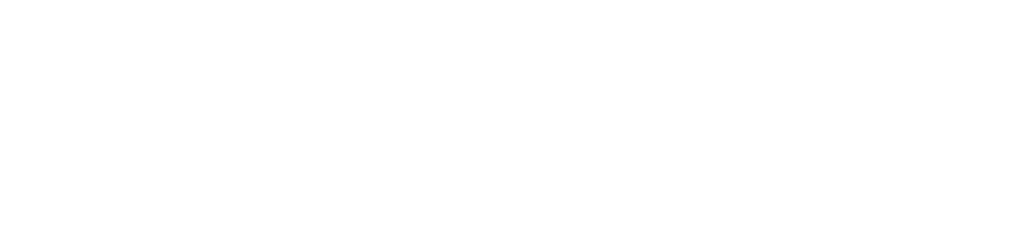
<source format=kicad_pcb>
(kicad_pcb
	(version 20240108)
	(generator "pcbnew")
	(generator_version "8.0")
	(general
		(thickness 1.6)
		(legacy_teardrops no)
	)
	(paper "A4")
	(layers
		(0 "F.Cu" signal)
		(31 "B.Cu" signal)
		(32 "B.Adhes" user "B.Adhesive")
		(33 "F.Adhes" user "F.Adhesive")
		(34 "B.Paste" user)
		(35 "F.Paste" user)
		(36 "B.SilkS" user "B.Silkscreen")
		(37 "F.SilkS" user "F.Silkscreen")
		(38 "B.Mask" user)
		(39 "F.Mask" user)
		(40 "Dwgs.User" user "User.Drawings")
		(41 "Cmts.User" user "User.Comments")
		(42 "Eco1.User" user "User.Eco1")
		(43 "Eco2.User" user "User.Eco2")
		(44 "Edge.Cuts" user)
		(45 "Margin" user)
		(46 "B.CrtYd" user "B.Courtyard")
		(47 "F.CrtYd" user "F.Courtyard")
		(48 "B.Fab" user)
		(49 "F.Fab" user)
		(50 "User.1" user)
		(51 "User.2" user)
		(52 "User.3" user)
		(53 "User.4" user)
		(54 "User.5" user)
		(55 "User.6" user)
		(56 "User.7" user)
		(57 "User.8" user)
		(58 "User.9" user)
	)
	(setup
		(stackup
			(layer "F.SilkS"
				(type "Top Silk Screen")
			)
			(layer "F.Paste"
				(type "Top Solder Paste")
			)
			(layer "F.Mask"
				(type "Top Solder Mask")
				(thickness 0.01)
			)
			(layer "F.Cu"
				(type "copper")
				(thickness 0.035)
			)
			(layer "dielectric 1"
				(type "core")
				(thickness 1.51)
				(material "FR4")
				(epsilon_r 4.5)
				(loss_tangent 0.02)
			)
			(layer "B.Cu"
				(type "copper")
				(thickness 0.035)
			)
			(layer "B.Mask"
				(type "Bottom Solder Mask")
				(thickness 0.01)
			)
			(layer "B.Paste"
				(type "Bottom Solder Paste")
			)
			(layer "B.SilkS"
				(type "Bottom Silk Screen")
			)
			(copper_finish "None")
			(dielectric_constraints no)
		)
		(pad_to_mask_clearance 0)
		(allow_soldermask_bridges_in_footprints no)
		(pcbplotparams
			(layerselection 0x00010fc_ffffffff)
			(plot_on_all_layers_selection 0x0000000_00000000)
			(disableapertmacros no)
			(usegerberextensions no)
			(usegerberattributes yes)
			(usegerberadvancedattributes yes)
			(creategerberjobfile yes)
			(dashed_line_dash_ratio 12.000000)
			(dashed_line_gap_ratio 3.000000)
			(svgprecision 4)
			(plotframeref no)
			(viasonmask no)
			(mode 1)
			(useauxorigin no)
			(hpglpennumber 1)
			(hpglpenspeed 20)
			(hpglpendiameter 15.000000)
			(pdf_front_fp_property_popups yes)
			(pdf_back_fp_property_popups yes)
			(dxfpolygonmode yes)
			(dxfimperialunits yes)
			(dxfusepcbnewfont yes)
			(psnegative no)
			(psa4output no)
			(plotreference yes)
			(plotvalue yes)
			(plotfptext yes)
			(plotinvisibletext no)
			(sketchpadsonfab no)
			(subtractmaskfromsilk no)
			(outputformat 1)
			(mirror no)
			(drillshape 1)
			(scaleselection 1)
			(outputdirectory "Outputs/Gerbers/")
		)
	)
	(property "ADDRESS1" "Dorfstrasse 27A")
	(property "ADDRESS2" "Grabs 9472")
	(property "ADDRESS3" "Switzerland")
	(property "DRAWNBY" "DRAWNBY")
	(property "DRAWNBY2" "DRAWNBY2")
	(property "PROJECTID" "EPYYYYMMDD")
	(property "PROJECTNAME" "Project Title in Title Case")
	(property "PROJECTSTATUS" "Prototype")
	(property "PROJECTSTATUSDATE" "DD.MM.YYYY")
	(property "RELEASEBY" "RELEASEBY")
	(property "RELEASEBY2" "RELEASEBY2")
	(property "RELEASEDATE" "RELEASEDATE")
	(property "REVIEWBY" "REVIEWBY")
	(property "REVIEWBY2" "REVIEWBY2")
	(property "REVIEWDATE" "REVIEWDATE")
	(property "VARIANTNAME" "Standard")
	(net 0 "")
	(gr_line
		(start 161.855712 154.418)
		(end 285.184287 154.418)
		(stroke
			(width 0.1)
			(type default)
		)
		(layer "Dwgs.User")
		(uuid "2629f40e-9d54-4bd5-92c3-ae01c126efbd")
	)
	(gr_line
		(start 202.312854 132.08)
		(end 202.312854 168.842)
		(stroke
			(width 0.1)
			(type default)
		)
		(layer "Dwgs.User")
		(uuid "2e5de317-4dee-4e78-8589-c35259909bae")
	)
	(gr_line
		(start 255.341428 132.08)
		(end 255.341428 168.842)
		(stroke
			(width 0.1)
			(type default)
		)
		(layer "Dwgs.User")
		(uuid "55dea5d8-585e-41d8-a083-e26dd39db5b1")
	)
	(gr_line
		(start 268.227143 132.08)
		(end 268.227143 168.842)
		(stroke
			(width 0.1)
			(type default)
		)
		(layer "Dwgs.User")
		(uuid "68f94593-622e-41ef-9cd5-c702e05a1d02")
	)
	(gr_line
		(start 161.855712 158.024)
		(end 285.184287 158.024)
		(stroke
			(width 0.1)
			(type default)
		)
		(layer "Dwgs.User")
		(uuid "6ccc4a78-057e-405b-9241-33ce62c33d92")
	)
	(gr_line
		(start 285.184287 132.08)
		(end 285.184287 168.842)
		(stroke
			(width 0.1)
			(type default)
		)
		(layer "Dwgs.User")
		(uuid "86547e21-15be-4573-83f2-9e7c128f0cdd")
	)
	(gr_line
		(start 218.812855 132.08)
		(end 218.812855 168.842)
		(stroke
			(width 0.1)
			(type default)
		)
		(layer "Dwgs.User")
		(uuid "894f65fa-63e4-42b7-8a86-a541105c049a")
	)
	(gr_line
		(start 161.855712 147.206)
		(end 285.184287 147.206)
		(stroke
			(width 0.1)
			(type default)
		)
		(layer "Dwgs.User")
		(uuid "8a6789f9-f918-4578-b004-8034a65b4173")
	)
	(gr_line
		(start 161.855712 143.6)
		(end 285.184287 143.6)
		(stroke
			(width 0.1)
			(type default)
		)
		(layer "Dwgs.User")
		(uuid "932681fa-d537-40c7-b1e9-9caacb22d08a")
	)
	(gr_line
		(start 161.855712 132.08)
		(end 285.184287 132.08)
		(stroke
			(width 0.1)
			(type default)
		)
		(layer "Dwgs.User")
		(uuid "98a616d7-3ec4-4b1d-a4aa-4de71f6f6d19")
	)
	(gr_line
		(start 161.855712 161.63)
		(end 285.184287 161.63)
		(stroke
			(width 0.1)
			(type default)
		)
		(layer "Dwgs.User")
		(uuid "9ba1362b-3a62-49c9-9d30-f7030da7b9aa")
	)
	(gr_line
		(start 161.855712 136.388)
		(end 285.184287 136.388)
		(stroke
			(width 0.1)
			(type default)
		)
		(layer "Dwgs.User")
		(uuid "9d5fc9b7-a2f1-4e00-8f06-4d222db25c8a")
	)
	(gr_line
		(start 238.841427 132.08)
		(end 238.841427 168.842)
		(stroke
			(width 0.1)
			(type default)
		)
		(layer "Dwgs.User")
		(uuid "a2c55e18-199d-41bc-8ed9-ad3be5f49ee8")
	)
	(gr_line
		(start 177.241426 132.08)
		(end 177.241426 168.842)
		(stroke
			(width 0.1)
			(type default)
		)
		(layer "Dwgs.User")
		(uuid "bdbcd39b-9a70-4943-882b-5e3830df5cb1")
	)
	(gr_line
		(start 161.855712 139.994)
		(end 285.184287 139.994)
		(stroke
			(width 0.1)
			(type default)
		)
		(layer "Dwgs.User")
		(uuid "c1605c28-7bf0-449c-a3c8-77b992cd8a1f")
	)
	(gr_line
		(start 161.855712 150.812)
		(end 285.184287 150.812)
		(stroke
			(width 0.1)
			(type default)
		)
		(layer "Dwgs.User")
		(uuid "ce78e316-0656-41ae-bb4f-cf76d92531a5")
	)
	(gr_line
		(start 161.855712 132.08)
		(end 161.855712 168.842)
		(stroke
			(width 0.1)
			(type default)
		)
		(layer "Dwgs.User")
		(uuid "d3425521-a063-4b1d-9243-bb496c4b9a31")
	)
	(gr_line
		(start 161.855712 168.842)
		(end 285.184287 168.842)
		(stroke
			(width 0.1)
			(type default)
		)
		(layer "Dwgs.User")
		(uuid "db911cea-78bd-483a-b774-64d6d1ad59a0")
	)
	(gr_line
		(start 161.855712 165.236)
		(end 285.184287 165.236)
		(stroke
			(width 0.1)
			(type default)
		)
		(layer "Dwgs.User")
		(uuid "de76635b-1a72-4d06-ae08-a88c134d8501")
	)
	(gr_text "0"
		(at 268.977143 144.35 0)
		(layer "Dwgs.User")
		(uuid "0fd4b7c6-d2b4-4baa-9ad3-12307de1397b")
		(effects
			(font
				(size 1.5 1.5)
				(thickness 0.1)
			)
			(justify left top)
		)
	)
	(gr_text "None"
		(at 43.18 189.671 0)
		(layer "Dwgs.User")
		(uuid "13d9b14b-22ce-45be-beca-91cd9e3cdb65")
		(effects
			(font
				(size 1.5 1.5)
				(thickness 0.2)
			)
			(justify left top)
		)
	)
	(gr_text ""
		(at 203.062854 140.744 0)
		(layer "Dwgs.User")
		(uuid "15dfb7f0-0fe6-440f-a95a-d20bdbd4e468")
		(effects
			(font
				(size 1.5 1.5)
				(thickness 0.1)
			)
			(justify left top)
		)
	)
	(gr_text "3.3"
		(at 256.091428 158.774 0)
		(layer "Dwgs.User")
		(uuid "198060d6-bb2b-4f1b-95d0-d7c0eacb3d8a")
		(effects
			(font
				(size 1.5 1.5)
				(thickness 0.1)
			)
			(justify left top)
		)
	)
	(gr_text "123.4286 mm x 36.8620 mm"
		(at 43.18 181.757 0)
		(layer "Dwgs.User")
		(uuid "1cc36b29-6bba-40be-9d9e-4b72f0aa02b2")
		(effects
			(font
				(size 1.5 1.5)
				(thickness 0.2)
			)
			(justify left top)
		)
	)
	(gr_text "Not specified"
		(at 203.062854 144.35 0)
		(layer "Dwgs.User")
		(uuid "1dd1424b-3732-4dfd-8285-1e72a89989dc")
		(effects
			(font
				(size 1.5 1.5)
				(thickness 0.1)
			)
			(justify left top)
		)
	)
	(gr_text "1.6000 mm"
		(at 103.708566 177.8 0)
		(layer "Dwgs.User")
		(uuid "1f6e2cb7-5409-4979-8d3a-36e9f1661790")
		(effects
			(font
				(size 1.5 1.5)
				(thickness 0.2)
			)
			(justify left top)
		)
	)
	(gr_text "Copper Finish: "
		(at 10.522857 189.671 0)
		(layer "Dwgs.User")
		(uuid "231fe0b2-bc48-43f3-ac81-ed9df6c3094a")
		(effects
			(font
				(size 1.5 1.5)
				(thickness 0.2)
			)
			(justify left top)
		)
	)
	(gr_text "4.5"
		(at 256.091428 151.562 0)
		(layer "Dwgs.User")
		(uuid "250ef2f7-7dd6-4ca2-9b89-2c2b4687f06d")
		(effects
			(font
				(size 1.5 1.5)
				(thickness 0.1)
			)
			(justify left top)
		)
	)
	(gr_text "Not specified"
		(at 239.591427 158.774 0)
		(layer "Dwgs.User")
		(uuid "2540354a-60c9-45cf-8e12-17a1c99c14aa")
		(effects
			(font
				(size 1.5 1.5)
				(thickness 0.1)
			)
			(justify left top)
		)
	)
	(gr_text "3.3"
		(at 256.091428 144.35 0)
		(layer "Dwgs.User")
		(uuid "25fff010-b427-47ab-8bee-9d2265688575")
		(effects
			(font
				(size 1.5 1.5)
				(thickness 0.1)
			)
			(justify left top)
		)
	)
	(gr_text "Top Solder Paste"
		(at 177.991426 140.744 0)
		(layer "Dwgs.User")
		(uuid "2a163bde-e6ed-4b28-b386-ea3bb491f159")
		(effects
			(font
				(size 1.5 1.5)
				(thickness 0.1)
			)
			(justify left top)
		)
	)
	(gr_text "0"
		(at 268.977143 140.744 0)
		(layer "Dwgs.User")
		(uuid "2d5b35d2-5efd-4a8f-89af-58b4435d512b")
		(effects
			(font
				(size 1.5 1.5)
				(thickness 0.1)
			)
			(justify left top)
		)
	)
	(gr_text "Castellated pads: "
		(at 10.522857 193.628 0)
		(layer "Dwgs.User")
		(uuid "2f4154e6-c499-4fff-b997-d047b5c11be8")
		(effects
			(font
				(size 1.5 1.5)
				(thickness 0.2)
			)
			(justify left top)
		)
	)
	(gr_text "Board overall dimensions: "
		(at 10.522857 181.757 0)
		(layer "Dwgs.User")
		(uuid "39ce867d-f77f-4cc4-9603-0e4b065ec09d")
		(effects
			(font
				(size 1.5 1.5)
				(thickness 0.2)
			)
			(justify left top)
		)
	)
	(gr_text "1.51 mm"
		(at 219.562855 151.562 0)
		(layer "Dwgs.User")
		(uuid "3a2649d6-a637-4425-a99d-dc1a01b33d71")
		(effects
			(font
				(size 1.5 1.5)
				(thickness 0.1)
			)
			(justify left top)
		)
	)
	(gr_text "0.3000 mm"
		(at 103.708566 185.714 0)
		(layer "Dwgs.User")
		(uuid "3b90e4f3-f81d-446e-8cff-851fad8c4ca1")
		(effects
			(font
				(size 1.5 1.5)
				(thickness 0.2)
			)
			(justify left top)
		)
	)
	(gr_text "0.01 mm"
		(at 219.562855 144.35 0)
		(layer "Dwgs.User")
		(uuid "3e455e0f-4d84-49c0-820e-535b243ec83f")
		(effects
			(font
				(size 1.5 1.5)
				(thickness 0.1)
			)
			(justify left top)
		)
	)
	(gr_text ""
		(at 78.765709 181.757 0)
		(layer "Dwgs.User")
		(uuid "454369a6-fc1c-45e0-a25c-9fd2028c96e9")
		(effects
			(font
				(size 1.5 1.5)
				(thickness 0.2)
			)
			(justify left top)
		)
	)
	(gr_text "F.Silkscreen"
		(at 162.605712 137.138 0)
		(layer "Dwgs.User")
		(uuid "4764c3df-6140-4205-8b57-1320f93f6cea")
		(effects
			(font
				(size 1.5 1.5)
				(thickness 0.1)
			)
			(justify left top)
		)
	)
	(gr_text "Epsilon R"
		(at 256.091428 132.83 0)
		(layer "Dwgs.User")
		(uuid "49015dd4-1bef-4002-bc95-05ad85aa181c")
		(effects
			(font
				(size 1.5 1.5)
				(thickness 0.3)
			)
			(justify left top)
		)
	)
	(gr_text "Bottom Solder Mask"
		(at 177.991426 158.774 0)
		(layer "Dwgs.User")
		(uuid "4d505b27-6293-4ea6-b948-1e8d9ea54ca6")
		(effects
			(font
				(size 1.5 1.5)
				(thickness 0.1)
			)
			(justify left top)
		)
	)
	(gr_text ""
		(at 239.591427 155.168 0)
		(layer "Dwgs.User")
		(uuid "528df331-f27d-4792-89c1-677880609cbb")
		(effects
			(font
				(size 1.5 1.5)
				(thickness 0.1)
			)
			(justify left top)
		)
	)
	(gr_text "0.01 mm"
		(at 219.562855 158.774 0)
		(layer "Dwgs.User")
		(uuid "53cbfa3c-262b-49ce-a765-b7f9fc610af9")
		(effects
			(font
				(size 1.5 1.5)
				(thickness 0.1)
			)
			(justify left top)
		)
	)
	(gr_text "1"
		(at 256.091428 147.956 0)
		(layer "Dwgs.User")
		(uuid "59a300db-a452-4c4f-a9a1-536444dedee6")
		(effects
			(font
				(size 1.5 1.5)
				(thickness 0.1)
			)
			(justify left top)
		)
	)
	(gr_text "Bottom Silk Screen"
		(at 177.991426 165.986 0)
		(layer "Dwgs.User")
		(uuid "5f602db8-a363-4f45-952d-a4517dd93df4")
		(effects
			(font
				(size 1.5 1.5)
				(thickness 0.1)
			)
			(justify left top)
		)
	)
	(gr_text "1"
		(at 256.091428 155.168 0)
		(layer "Dwgs.User")
		(uuid "61894094-f55b-4d9b-9148-5a8d12bfe4dc")
		(effects
			(font
				(size 1.5 1.5)
				(thickness 0.1)
			)
			(justify left top)
		)
	)
	(gr_text "0"
		(at 268.977143 147.956 0)
		(layer "Dwgs.User")
		(uuid "63e22d38-0b7e-4c48-980d-a976f3ce35d2")
		(effects
			(font
				(size 1.5 1.5)
				(thickness 0.1)
			)
			(justify left top)
		)
	)
	(gr_text "1"
		(at 256.091428 165.986 0)
		(layer "Dwgs.User")
		(uuid "66c07850-9e00-438b-980f-8eb17dc4fdf1")
		(effects
			(font
				(size 1.5 1.5)
				(thickness 0.1)
			)
			(justify left top)
		)
	)
	(gr_text "Not specified"
		(at 239.591427 144.35 0)
		(layer "Dwgs.User")
		(uuid "69ded456-5c4e-4ea3-903e-83817457400c")
		(effects
			(font
				(size 1.5 1.5)
				(thickness 0.1)
			)
			(justify left top)
		)
	)
	(gr_text "Not specified"
		(at 239.591427 137.138 0)
		(layer "Dwgs.User")
		(uuid "6bd31a65-993f-4185-831a-fe842adacab0")
		(effects
			(font
				(size 1.5 1.5)
				(thickness 0.1)
			)
			(justify left top)
		)
	)
	(gr_text "0.035 mm"
		(at 219.562855 155.168 0)
		(layer "Dwgs.User")
		(uuid "6d1b34eb-6008-4a6d-9ede-bb314ce57e51")
		(effects
			(font
				(size 1.5 1.5)
				(thickness 0.1)
			)
			(justify left top)
		)
	)
	(gr_text "Color"
		(at 239.591427 132.83 0)
		(layer "Dwgs.User")
		(uuid "70c6bda1-900f-4049-8b32-eb349a3bd7f1")
		(effects
			(font
				(size 1.5 1.5)
				(thickness 0.3)
			)
			(justify left top)
		)
	)
	(gr_text "copper"
		(at 177.991426 155.168 0)
		(layer "Dwgs.User")
		(uuid "72da3b93-d57b-4028-a9ec-2ec7a9e8bc80")
		(effects
			(font
				(size 1.5 1.5)
				(thickness 0.1)
			)
			(justify left top)
		)
	)
	(gr_text "0"
		(at 268.977143 158.774 0)
		(layer "Dwgs.User")
		(uuid "78845366-8b5a-45af-9121-eb98c0b49923")
		(effects
			(font
				(size 1.5 1.5)
				(thickness 0.1)
			)
			(justify left top)
		)
	)
	(gr_text "Board Thickness: "
		(at 78.765709 177.8 0)
		(layer "Dwgs.User")
		(uuid "7908030f-fc81-4531-a0a8-17a575be7a14")
		(effects
			(font
				(size 1.5 1.5)
				(thickness 0.2)
			)
			(justify left top)
		)
	)
	(gr_text "Edge card connectors: "
		(at 10.522857 197.585 0)
		(layer "Dwgs.User")
		(uuid "79a4d8c7-2dda-47cf-bf84-252213d195e7")
		(effects
			(font
				(size 1.5 1.5)
				(thickness 0.2)
			)
			(justify left top)
		)
	)
	(gr_text "1"
		(at 256.091428 137.138 0)
		(layer "Dwgs.User")
		(uuid "7a81526b-e466-4083-9784-4fbb22388eec")
		(effects
			(font
				(size 1.5 1.5)
				(thickness 0.1)
			)
			(justify left top)
		)
	)
	(gr_text "Loss Tangent"
		(at 268.977143 132.83 0)
		(layer "Dwgs.User")
		(uuid "813b7487-92f1-4067-8a0f-f6bcf421b8ef")
		(effects
			(font
				(size 1.5 1.5)
				(thickness 0.3)
			)
			(justify left top)
		)
	)
	(gr_text ""
		(at 203.062854 155.168 0)
		(layer "Dwgs.User")
		(uuid "838eeecd-b5b6-4d2e-94e3-f17486e7dd45")
		(effects
			(font
				(size 1.5 1.5)
				(thickness 0.1)
			)
			(justify left top)
		)
	)
	(gr_text "BOARD CHARACTERISTICS"
		(at 9.772857 172.306 0)
		(layer "Dwgs.User")
		(uuid "83b43832-2d7e-47d8-bb15-f28042639b5d")
		(effects
			(font
				(size 2 2)
				(thickness 0.4)
			)
			(justify left top)
		)
	)
	(gr_text "Dielectric"
		(at 162.605712 151.562 0)
		(layer "Dwgs.User")
		(uuid "873345c2-10f0-415d-98c2-eb0feb474a6e")
		(effects
			(font
				(size 1.5 1.5)
				(thickness 0.1)
			)
			(justify left top)
		)
	)
	(gr_text "B.Paste"
		(at 162.605712 162.38 0)
		(layer "Dwgs.User")
		(uuid "8a13539c-f793-4db1-93b9-d15573901281")
		(effects
			(font
				(size 1.5 1.5)
				(thickness 0.1)
			)
			(justify left top)
		)
	)
	(gr_text "Min hole diameter: "
		(at 78.765709 185.714 0)
		(layer "Dwgs.User")
		(uuid "8aa5b59f-00be-4209-81d5-94cc2270fcc5")
		(effects
			(font
				(size 1.5 1.5)
				(thickness 0.2)
			)
			(justify left top)
		)
	)
	(gr_text "core"
		(at 177.991426 151.562 0)
		(layer "Dwgs.User")
		(uuid "8dd965da-9476-4f6a-83e4-9358b31e6be9")
		(effects
			(font
				(size 1.5 1.5)
				(thickness 0.1)
			)
			(justify left top)
		)
	)
	(gr_text "0 mm"
		(at 219.562855 162.38 0)
		(layer "Dwgs.User")
		(uuid "8e245c64-1282-4374-9b09-4a958cc67204")
		(effects
			(font
				(size 1.5 1.5)
				(thickness 0.1)
			)
			(justify left top)
		)
	)
	(gr_text "No"
		(at 43.18 193.628 0)
		(layer "Dwgs.User")
		(uuid "8ec14446-c6c0-4ef9-a75b-b8ac054ac3db")
		(effects
			(font
				(size 1.5 1.5)
				(thickness 0.2)
			)
			(justify left top)
		)
	)
	(gr_text "Not specified"
		(at 203.062854 137.138 0)
		(layer "Dwgs.User")
		(uuid "8ed0715b-c550-4f2b-8ef3-db9922029dc0")
		(effects
			(font
				(size 1.5 1.5)
				(thickness 0.1)
			)
			(justify left top)
		)
	)
	(gr_text "0.035 mm"
		(at 219.562855 147.956 0)
		(layer "Dwgs.User")
		(uuid "8ef3ad81-3d7e-45b1-8175-540887c524bf")
		(effects
			(font
				(size 1.5 1.5)
				(thickness 0.1)
			)
			(justify left top)
		)
	)
	(gr_text "No"
		(at 43.18 197.585 0)
		(layer "Dwgs.User")
		(uuid "904c5594-e7d5-4ac6-b35b-a163f23b0893")
		(effects
			(font
				(size 1.5 1.5)
				(thickness 0.2)
			)
			(justify left top)
		)
	)
	(gr_text "Not specified"
		(at 239.591427 165.986 0)
		(layer "Dwgs.User")
		(uuid "99de9e69-7589-4eee-bc9c-a09b1f7bb7d8")
		(effects
			(font
				(size 1.5 1.5)
				(thickness 0.1)
			)
			(justify left top)
		)
	)
	(gr_text "B.Mask"
		(at 162.605712 158.774 0)
		(layer "Dwgs.User")
		(uuid "9eff96ff-bcc6-4b7d-be0e-79b88b79a4d0")
		(effects
			(font
				(size 1.5 1.5)
				(thickness 0.1)
			)
			(justify left top)
		)
	)
	(gr_text ""
		(at 239.591427 147.956 0)
		(layer "Dwgs.User")
		(uuid "9f32ddf3-38fd-4736-a0c6-b5b320c02894")
		(effects
			(font
				(size 1.5 1.5)
				(thickness 0.1)
			)
			(justify left top)
		)
	)
	(gr_text "No"
		(at 103.708566 193.628 0)
		(layer "Dwgs.User")
		(uuid "9f95cf2b-5dcf-48c3-b3d3-5eeecbe4d55c")
		(effects
			(font
				(size 1.5 1.5)
				(thickness 0.2)
			)
			(justify left top)
		)
	)
	(gr_text "Top Silk Screen"
		(at 177.991426 137.138 0)
		(layer "Dwgs.User")
		(uuid "9fe7351b-80bc-4863-80b3-dc830ddf40f2")
		(effects
			(font
				(size 1.5 1.5)
				(thickness 0.1)
			)
			(justify left top)
		)
	)
	(gr_text "F.Paste"
		(at 162.605712 140.744 0)
		(layer "Dwgs.User")
		(uuid "a26aee48-5c52-4d04-8bc6-c13c58b39d73")
		(effects
			(font
				(size 1.5 1.5)
				(thickness 0.1)
			)
			(justify left top)
		)
	)
	(gr_text "0.02"
		(at 268.977143 151.562 0)
		(layer "Dwgs.User")
		(uuid "a680a388-af09-4026-8802-bd3018f228ce")
		(effects
			(font
				(size 1.5 1.5)
				(thickness 0.1)
			)
			(justify left top)
		)
	)
	(gr_text "0"
		(at 268.977143 165.986 0)
		(layer "Dwgs.User")
		(uuid "aa114498-fa3e-491a-aee2-75a00cd1882e")
		(effects
			(font
				(size 1.5 1.5)
				(thickness 0.1)
			)
			(justify left top)
		)
	)
	(gr_text "0"
		(at 268.977143 137.138 0)
		(layer "Dwgs.User")
		(uuid "abfe0f1d-b643-495f-9164-088e4f610699")
		(effects
			(font
				(size 1.5 1.5)
				(thickness 0.1)
			)
			(justify left top)
		)
	)
	(gr_text "F.Cu"
		(at 162.605712 147.956 0)
		(layer "Dwgs.User")
		(uuid "aefdcdb5-69c4-4b21-bee7-aa20edacf97c")
		(effects
			(font
				(size 1.5 1.5)
				(thickness 0.1)
			)
			(justify left top)
		)
	)
	(gr_text "Plated Board Edge: "
		(at 78.765709 193.628 0)
		(layer "Dwgs.User")
		(uuid "b31b0feb-f214-4d2f-a68d-96fe5368fefb")
		(effects
			(font
				(size 1.5 1.5)
				(thickness 0.2)
			)
			(justify left top)
		)
	)
	(gr_text "Impedance Control: "
		(at 78.765709 189.671 0)
		(layer "Dwgs.User")
		(uuid "b4babb35-5520-4008-ab39-1a0152d21105")
		(effects
			(font
				(size 1.5 1.5)
				(thickness 0.2)
			)
			(justify left top)
		)
	)
	(gr_text "B.Silkscreen"
		(at 162.605712 165.986 0)
		(layer "Dwgs.User")
		(uuid "b795ffae-f4f1-418b-969e-f4b53a0f08ef")
		(effects
			(font
				(size 1.5 1.5)
				(thickness 0.1)
			)
			(justify left top)
		)
	)
	(gr_text "Layer Name"
		(at 162.605712 132.83 0)
		(layer "Dwgs.User")
		(uuid "b7a449da-996b-4cf3-a572-9f7ff5150662")
		(effects
			(font
				(size 1.5 1.5)
				(thickness 0.3)
			)
			(justify left top)
		)
	)
	(gr_text "0 mm"
		(at 219.562855 165.986 0)
		(layer "Dwgs.User")
		(uuid "bbb7c21f-fbbc-4856-b1c5-17aee972f26b")
		(effects
			(font
				(size 1.5 1.5)
				(thickness 0.1)
			)
			(justify left top)
		)
	)
	(gr_text "Type"
		(at 177.991426 132.83 0)
		(layer "Dwgs.User")
		(uuid "bff09190-05d8-4c0b-bb92-920db41e8d0e")
		(effects
			(font
				(size 1.5 1.5)
				(thickness 0.3)
			)
			(justify left top)
		)
	)
	(gr_text "Min track/spacing: "
		(at 10.522857 185.714 0)
		(layer "Dwgs.User")
		(uuid "c10ea0dc-c86c-498b-90db-2f44d7e80f0c")
		(effects
			(font
				(size 1.5 1.5)
				(thickness 0.2)
			)
			(justify left top)
		)
	)
	(gr_text "copper"
		(at 177.991426 147.956 0)
		(layer "Dwgs.User")
		(uuid "c14abe51-b4fc-4247-bd50-0731a5bf6748")
		(effects
			(font
				(size 1.5 1.5)
				(thickness 0.1)
			)
			(justify left top)
		)
	)
	(gr_text "2"
		(at 43.18 177.8 0)
		(layer "Dwgs.User")
		(uuid "c614a192-4f9d-4cba-ba8b-d0f126e66f17")
		(effects
			(font
				(size 1.5 1.5)
				(thickness 0.2)
			)
			(justify left top)
		)
	)
	(gr_text "Not specified"
		(at 203.062854 158.774 0)
		(layer "Dwgs.User")
		(uuid "c777c2dc-5a79-4516-bf7f-226d119138fa")
		(effects
			(font
				(size 1.5 1.5)
				(thickness 0.1)
			)
			(justify left top)
		)
	)
	(gr_text "Material"
		(at 203.062854 132.83 0)
		(layer "Dwgs.User")
		(uuid "c7925320-18e3-43ad-b97c-eec7a69cf56f")
		(effects
			(font
				(size 1.5 1.5)
				(thickness 0.3)
			)
			(justify left top)
		)
	)
	(gr_text ""
		(at 203.062854 147.956 0)
		(layer "Dwgs.User")
		(uuid "ca9b948e-16f8-4caa-97e6-d3df35abb4e2")
		(effects
			(font
				(size 1.5 1.5)
				(thickness 0.1)
			)
			(justify left top)
		)
	)
	(gr_text "1"
		(at 256.091428 162.38 0)
		(layer "Dwgs.User")
		(uuid "cbbdb540-4eb9-47f0-b7bb-c8e65a76dde1")
		(effects
			(font
				(size 1.5 1.5)
				(thickness 0.1)
			)
			(justify left top)
		)
	)
	(gr_text "Thickness (mm)"
		(at 219.562855 132.83 0)
		(layer "Dwgs.User")
		(uuid "cc2b5424-294e-416e-b7b2-5ee65611f68f")
		(effects
			(font
				(size 1.5 1.5)
				(thickness 0.3)
			)
			(justify left top)
		)
	)
	(gr_text ""
		(at 203.062854 162.38 0)
		(layer "Dwgs.User")
		(uuid "cf0a3a9f-6b85-4dcd-a9dc-a7f908eaeae7")
		(effects
			(font
				(size 1.5 1.5)
				(thickness 0.1)
			)
			(justify left top)
		)
	)
	(gr_text "0 mm"
		(at 219.562855 140.744 0)
		(layer "Dwgs.User")
		(uuid "cfdcd88c-d07e-4f50-b2b2-b5438af33e7e")
		(effects
			(font
				(size 1.5 1.5)
				(thickness 0.1)
			)
			(justify left top)
		)
	)
	(gr_text "1"
		(at 256.091428 140.744 0)
		(layer "Dwgs.User")
		(uuid "d3d29e48-3733-46a7-b205-82bdca02f8b6")
		(effects
			(font
				(size 1.5 1.5)
				(thickness 0.1)
			)
			(justify left top)
		)
	)
	(gr_text "0.0000 mm / 0.0000 mm"
		(at 43.18 185.714 0)
		(layer "Dwgs.User")
		(uuid "d4289d8a-4486-4c04-b14a-6b706eda733a")
		(effects
			(font
				(size 1.5 1.5)
				(thickness 0.2)
			)
			(justify left top)
		)
	)
	(gr_text "B.Cu"
		(at 162.605712 155.168 0)
		(layer "Dwgs.User")
		(uuid "d683b579-b3e4-4f9d-ac24-e8a387011477")
		(effects
			(font
				(size 1.5 1.5)
				(thickness 0.1)
			)
			(justify left top)
		)
	)
	(gr_text "Top Solder Mask"
		(at 177.991426 144.35 0)
		(layer "Dwgs.User")
		(uuid "d8abae20-6a1c-45aa-98ca-dbc40b6ae13e")
		(effects
			(font
				(size 1.5 1.5)
				(thickness 0.1)
			)
			(justify left top)
		)
	)
	(gr_text "FR4"
		(at 203.062854 151.562 0)
		(layer "Dwgs.User")
		(uuid "db7ef320-92c2-4875-8c2c-267c3ee97cbb")
		(effects
			(font
				(size 1.5 1.5)
				(thickness 0.1)
			)
			(justify left top)
		)
	)
	(gr_text "Not specified"
		(at 203.062854 165.986 0)
		(layer "Dwgs.User")
		(uuid "dc958c5a-124b-4afa-9c0e-15074057dba0")
		(effects
			(font
				(size 1.5 1.5)
				(thickness 0.1)
			)
			(justify left top)
		)
	)
	(gr_text ""
		(at 103.708566 181.757 0)
		(layer "Dwgs.User")
		(uuid "e1fbae5b-a629-4c51-a281-f7896a3b6652")
		(effects
			(font
				(size 1.5 1.5)
				(thickness 0.2)
			)
			(justify left top)
		)
	)
	(gr_text ""
		(at 239.591427 140.744 0)
		(layer "Dwgs.User")
		(uuid "e4fecafe-1186-485f-948f-24e08a90feea")
		(effects
			(font
				(size 1.5 1.5)
				(thickness 0.1)
			)
			(justify left top)
		)
	)
	(gr_text "F.Mask"
		(at 162.605712 144.35 0)
		(layer "Dwgs.User")
		(uuid "e7245330-4beb-4858-8147-ce072edefe5f")
		(effects
			(font
				(size 1.5 1.5)
				(thickness 0.1)
			)
			(justify left top)
		)
	)
	(gr_text "0"
		(at 268.977143 162.38 0)
		(layer "Dwgs.User")
		(uuid "e7a34eef-1ac7-4748-ae13-65d65a4eaf78")
		(effects
			(font
				(size 1.5 1.5)
				(thickness 0.1)
			)
			(justify left top)
		)
	)
	(gr_text "Copper Layer Count: "
		(at 10.522857 177.8 0)
		(layer "Dwgs.User")
		(uuid "eb98cfc9-ae80-4214-aa30-19c0adaf9a15")
		(effects
			(font
				(size 1.5 1.5)
				(thickness 0.2)
			)
			(justify left top)
		)
	)
	(gr_text "0"
		(at 268.977143 155.168 0)
		(layer "Dwgs.User")
		(uuid "ecb79c88-497d-4e50-8cea-cb3fc82b0c4a")
		(effects
			(font
				(size 1.5 1.5)
				(thickness 0.1)
			)
			(justify left top)
		)
	)
	(gr_text "0 mm"
		(at 219.562855 137.138 0)
		(layer "Dwgs.User")
		(uuid "ed038f93-ea1f-4ed7-a640-bdc204c748e7")
		(effects
			(font
				(size 1.5 1.5)
				(thickness 0.1)
			)
			(justify left top)
		)
	)
	(gr_text "Not specified"
		(at 239.591427 151.562 0)
		(layer "Dwgs.User")
		(uuid "ee56103c-dbb5-4b2f-a644-4aaca9a22bbc")
		(effects
			(font
				(size 1.5 1.5)
				(thickness 0.1)
			)
			(justify left top)
		)
	)
	(gr_text ""
		(at 239.591427 162.38 0)
		(layer "Dwgs.User")
		(uuid "f1854106-840f-41f3-8e78-7446de8deadf")
		(effects
			(font
				(size 1.5 1.5)
				(thickness 0.1)
			)
			(justify left top)
		)
	)
	(gr_text "No"
		(at 103.708566 189.671 0)
		(layer "Dwgs.User")
		(uuid "f6a99633-3bec-4226-8b09-03c12b41ce91")
		(effects
			(font
				(size 1.5 1.5)
				(thickness 0.2)
			)
			(justify left top)
		)
	)
	(gr_text "Bottom Solder Paste"
		(at 177.991426 162.38 0)
		(layer "Dwgs.User")
		(uuid "fddf5dce-8357-4344-bf3c-205d399984e8")
		(effects
			(font
				(size 1.5 1.5)
				(thickness 0.1)
			)
			(justify left top)
		)
	)
	(group "group-boardCharacteristics"
		(uuid "10bf20a8-3d8a-46a5-bfe7-7d8735eabc67")
		(members "13d9b14b-22ce-45be-beca-91cd9e3cdb65" "1cc36b29-6bba-40be-9d9e-4b72f0aa02b2"
			"1f6e2cb7-5409-4979-8d3a-36e9f1661790" "231fe0b2-bc48-43f3-ac81-ed9df6c3094a"
			"2f4154e6-c499-4fff-b997-d047b5c11be8" "39ce867d-f77f-4cc4-9603-0e4b065ec09d"
			"3b90e4f3-f81d-446e-8cff-851fad8c4ca1" "454369a6-fc1c-45e0-a25c-9fd2028c96e9"
			"7908030f-fc81-4531-a0a8-17a575be7a14" "79a4d8c7-2dda-47cf-bf84-252213d195e7"
			"83b43832-2d7e-47d8-bb15-f28042639b5d" "8aa5b59f-00be-4209-81d5-94cc2270fcc5"
			"8ec14446-c6c0-4ef9-a75b-b8ac054ac3db" "904c5594-e7d5-4ac6-b35b-a163f23b0893"
			"9f95cf2b-5dcf-48c3-b3d3-5eeecbe4d55c" "b31b0feb-f214-4d2f-a68d-96fe5368fefb"
			"b4babb35-5520-4008-ab39-1a0152d21105" "c10ea0dc-c86c-498b-90db-2f44d7e80f0c"
			"c614a192-4f9d-4cba-ba8b-d0f126e66f17" "d4289d8a-4486-4c04-b14a-6b706eda733a"
			"e1fbae5b-a629-4c51-a281-f7896a3b6652" "eb98cfc9-ae80-4214-aa30-19c0adaf9a15"
			"f6a99633-3bec-4226-8b09-03c12b41ce91"
		)
	)
	(group "group-boardStackUp"
		(uuid "c3825f3a-e06d-4606-a2b2-194fe1c7b632")
		(members "0fd4b7c6-d2b4-4baa-9ad3-12307de1397b" "15dfb7f0-0fe6-440f-a95a-d20bdbd4e468"
			"198060d6-bb2b-4f1b-95d0-d7c0eacb3d8a" "1dd1424b-3732-4dfd-8285-1e72a89989dc"
			"250ef2f7-7dd6-4ca2-9b89-2c2b4687f06d" "2540354a-60c9-45cf-8e12-17a1c99c14aa"
			"25fff010-b427-47ab-8bee-9d2265688575" "2629f40e-9d54-4bd5-92c3-ae01c126efbd"
			"2a163bde-e6ed-4b28-b386-ea3bb491f159" "2d5b35d2-5efd-4a8f-89af-58b4435d512b"
			"2e5de317-4dee-4e78-8589-c35259909bae" "3a2649d6-a637-4425-a99d-dc1a01b33d71"
			"3e455e0f-4d84-49c0-820e-535b243ec83f" "4764c3df-6140-4205-8b57-1320f93f6cea"
			"49015dd4-1bef-4002-bc95-05ad85aa181c" "4d505b27-6293-4ea6-b948-1e8d9ea54ca6"
			"528df331-f27d-4792-89c1-677880609cbb" "53cbfa3c-262b-49ce-a765-b7f9fc610af9"
			"55dea5d8-585e-41d8-a083-e26dd39db5b1" "59a300db-a452-4c4f-a9a1-536444dedee6"
			"5f602db8-a363-4f45-952d-a4517dd93df4" "61894094-f55b-4d9b-9148-5a8d12bfe4dc"
			"63e22d38-0b7e-4c48-980d-a976f3ce35d2" "66c07850-9e00-438b-980f-8eb17dc4fdf1"
			"68f94593-622e-41ef-9cd5-c702e05a1d02" "69ded456-5c4e-4ea3-903e-83817457400c"
			"6bd31a65-993f-4185-831a-fe842adacab0" "6ccc4a78-057e-405b-9241-33ce62c33d92"
			"6d1b34eb-6008-4a6d-9ede-bb314ce57e51" "70c6bda1-900f-4049-8b32-eb349a3bd7f1"
			"72da3b93-d57b-4028-a9ec-2ec7a9e8bc80" "78845366-8b5a-45af-9121-eb98c0b49923"
			"7a81526b-e466-4083-9784-4fbb22388eec" "813b7487-92f1-4067-8a0f-f6bcf421b8ef"
			"838eeecd-b5b6-4d2e-94e3-f17486e7dd45" "86547e21-15be-4573-83f2-9e7c128f0cdd"
			"873345c2-10f0-415d-98c2-eb0feb474a6e" "894f65fa-63e4-42b7-8a86-a541105c049a"
			"8a13539c-f793-4db1-93b9-d15573901281" "8a6789f9-f918-4578-b004-8034a65b4173"
			"8dd965da-9476-4f6a-83e4-9358b31e6be9" "8e245c64-1282-4374-9b09-4a958cc67204"
			"8ed0715b-c550-4f2b-8ef3-db9922029dc0" "8ef3ad81-3d7e-45b1-8175-540887c524bf"
			"932681fa-d537-40c7-b1e9-9caacb22d08a" "98a616d7-3ec4-4b1d-a4aa-4de71f6f6d19"
			"99de9e69-7589-4eee-bc9c-a09b1f7bb7d8" "9ba1362b-3a62-49c9-9d30-f7030da7b9aa"
			"9d5fc9b7-a2f1-4e00-8f06-4d222db25c8a" "9eff96ff-bcc6-4b7d-be0e-79b88b79a4d0"
			"9f32ddf3-38fd-4736-a0c6-b5b320c02894" "9fe7351b-80bc-4863-80b3-dc830ddf40f2"
			"a26aee48-5c52-4d04-8bc6-c13c58b39d73" "a2c55e18-199d-41bc-8ed9-ad3be5f49ee8"
			"a680a388-af09-4026-8802-bd3018f228ce" "aa114498-fa3e-491a-aee2-75a00cd1882e"
			"abfe0f1d-b643-495f-9164-088e4f610699" "aefdcdb5-69c4-4b21-bee7-aa20edacf97c"
			"b795ffae-f4f1-418b-969e-f4b53a0f08ef" "b7a449da-996b-4cf3-a572-9f7ff5150662"
			"bbb7c21f-fbbc-4856-b1c5-17aee972f26b" "bdbcd39b-9a70-4943-882b-5e3830df5cb1"
			"bff09190-05d8-4c0b-bb92-920db41e8d0e" "c14abe51-b4fc-4247-bd50-0731a5bf6748"
			"c1605c28-7bf0-449c-a3c8-77b992cd8a1f" "c777c2dc-5a79-4516-bf7f-226d119138fa"
			"c7925320-18e3-43ad-b97c-eec7a69cf56f" "ca9b948e-16f8-4caa-97e6-d3df35abb4e2"
			"cbbdb540-4eb9-47f0-b7bb-c8e65a76dde1" "cc2b5424-294e-416e-b7b2-5ee65611f68f"
			"ce78e316-0656-41ae-bb4f-cf76d92531a5" "cf0a3a9f-6b85-4dcd-a9dc-a7f908eaeae7"
			"cfdcd88c-d07e-4f50-b2b2-b5438af33e7e" "d3425521-a063-4b1d-9243-bb496c4b9a31"
			"d3d29e48-3733-46a7-b205-82bdca02f8b6" "d683b579-b3e4-4f9d-ac24-e8a387011477"
			"d8abae20-6a1c-45aa-98ca-dbc40b6ae13e" "db7ef320-92c2-4875-8c2c-267c3ee97cbb"
			"db911cea-78bd-483a-b774-64d6d1ad59a0" "dc958c5a-124b-4afa-9c0e-15074057dba0"
			"de76635b-1a72-4d06-ae08-a88c134d8501" "e4fecafe-1186-485f-948f-24e08a90feea"
			"e7245330-4beb-4858-8147-ce072edefe5f" "e7a34eef-1ac7-4748-ae13-65d65a4eaf78"
			"ecb79c88-497d-4e50-8cea-cb3fc82b0c4a" "ed038f93-ea1f-4ed7-a640-bdc204c748e7"
			"ee56103c-dbb5-4b2f-a644-4aaca9a22bbc" "f1854106-840f-41f3-8e78-7446de8deadf"
			"fddf5dce-8357-4344-bf3c-205d399984e8"
		)
	)
)

</source>
